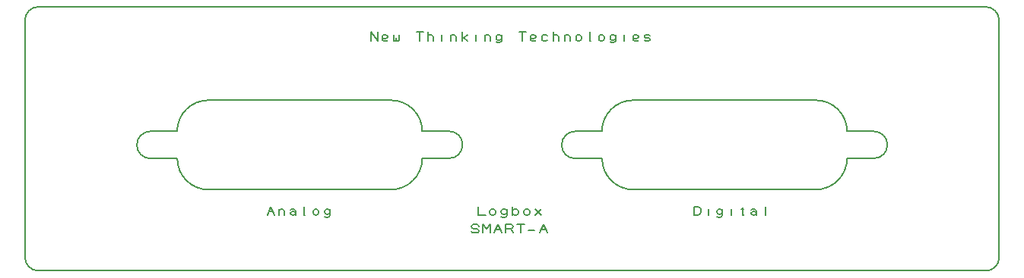
<source format=gbr>
%FSLAX36Y36*%
%MOMM*%
G04 EasyPC Gerber Version 18.0.8 Build 3632 *
%ADD11C,0.12700*%
%ADD12C,0.20000*%
X0Y0D02*
D02*
D11*
X26087500Y45512700D02*
G75*
G03X24587500Y44012700J-1500000D01*
G01*
Y17512700*
G75*
G03X26087500Y16012700I1500000*
G01*
X131587500*
G75*
G03X133087500Y17512700J1500000*
G01*
Y44012700*
G75*
G03X131587500Y45512700I-1500000*
G01*
X26087500*
X45016500Y35077700D02*
G75*
G03X41532100Y31593300J-3484400D01*
G01*
X38537500*
G75*
G03X37049500Y30105300J-1488000*
G01*
Y30055700*
G75*
G03X38531300Y28573900I1481800*
G01*
X41550700*
Y28561500*
G75*
G03X45022700Y25089500I3472000*
G01*
X65340100*
G75*
G03X68836900Y28586300J3496800*
G01*
X71843900*
G75*
G03X73325700Y30068100J1481800*
G01*
Y30123900*
G75*
G03X71850100Y31599500I-1475600*
G01*
X68836900*
G75*
G03X65358700Y35077700I-3478200*
G01*
X45016500*
X92328700D02*
G75*
G03X88844300Y31593300J-3484400D01*
G01*
X85849700*
G75*
G03X84361700Y30105300J-1488000*
G01*
Y30055700*
G75*
G03X85843500Y28573900I1481800*
G01*
X88862900*
Y28561500*
G75*
G03X92334900Y25089500I3472000*
G01*
X112652300*
G75*
G03X116149100Y28586300J3496800*
G01*
X119156100*
G75*
G03X120637900Y30068100J1481800*
G01*
Y30123900*
G75*
G03X119162300Y31599500I-1475600*
G01*
X116149100*
G75*
G03X112670900Y35077700I-3478200*
G01*
X92328700*
D02*
D12*
X51587500Y22250800D02*
X51984400Y23203300D01*
X52381300Y22250800*
X51746300Y22647700D02*
X52222500D01*
X52857500Y22250800D02*
Y22885800D01*
Y22647700D02*
X52936900Y22806500D01*
X53095600Y22885800*
X53254400*
X53413100Y22806500*
X53492500Y22647700*
Y22250800*
X54127500Y22806500D02*
X54286300Y22885800D01*
X54524400*
X54683100Y22806500*
X54762500Y22647700*
Y22409600*
X54683100Y22330200*
X54524400Y22250800*
X54365600*
X54206900Y22330200*
X54127500Y22409600*
Y22489000*
X54206900Y22568300*
X54365600Y22647700*
X54524400*
X54683100Y22568300*
X54762500Y22489000*
Y22409600D02*
Y22250800D01*
X55794400D02*
X55715000D01*
Y23203300*
X56667500Y22489000D02*
X56746900Y22330200D01*
X56905600Y22250800*
X57064400*
X57223100Y22330200*
X57302500Y22489000*
Y22647700*
X57223100Y22806500*
X57064400Y22885800*
X56905600*
X56746900Y22806500*
X56667500Y22647700*
Y22489000*
X58572500Y22647700D02*
X58493100Y22806500D01*
X58334400Y22885800*
X58175600*
X58016900Y22806500*
X57937500Y22647700*
Y22568300*
X58016900Y22409600*
X58175600Y22330200*
X58334400*
X58493100Y22409600*
X58572500Y22568300*
Y22885800D02*
Y22250800D01*
X58493100Y22092100*
X58334400Y22012700*
X58096300*
X57937500Y22092100*
X63087500Y41750800D02*
Y42703300D01*
X63881300Y41750800*
Y42703300*
X64992500Y41830200D02*
X64913100Y41750800D01*
X64754400*
X64595600*
X64436900Y41830200*
X64357500Y41989000*
Y42227100*
X64436900Y42306500*
X64595600Y42385800*
X64754400*
X64913100Y42306500*
X64992500Y42227100*
Y42147700*
X64913100Y42068300*
X64754400Y41989000*
X64595600*
X64436900Y42068300*
X64357500Y42147700*
X65627500Y42385800D02*
Y41830200D01*
X65706900Y41750800*
X65865600*
X65945000Y41830200*
Y42068300*
Y41830200D02*
X66024400Y41750800D01*
X66183100*
X66262500Y41830200*
Y42385800*
X68564400Y41750800D02*
Y42703300D01*
X68167500D02*
X68961300D01*
X69437500Y41750800D02*
Y42703300D01*
Y42147700D02*
X69516900Y42306500D01*
X69675600Y42385800*
X69834400*
X69993100Y42306500*
X70072500Y42147700*
Y41750800*
X71025000D02*
Y42385800D01*
Y42624000D02*
X71977500Y41750800*
Y42385800D01*
Y42147700D02*
X72056900Y42306500D01*
X72215600Y42385800*
X72374400*
X72533100Y42306500*
X72612500Y42147700*
Y41750800*
X73247500D02*
Y42703300D01*
Y42068300D02*
X73485600D01*
X73882500Y42385800*
X73485600Y42068300D02*
X73882500Y41750800D01*
X74835000D02*
Y42385800D01*
Y42624000D02*
X75787500Y41750800*
Y42385800D01*
Y42147700D02*
X75866900Y42306500D01*
X76025600Y42385800*
X76184400*
X76343100Y42306500*
X76422500Y42147700*
Y41750800*
X77692500Y42147700D02*
X77613100Y42306500D01*
X77454400Y42385800*
X77295600*
X77136900Y42306500*
X77057500Y42147700*
Y42068300*
X77136900Y41909600*
X77295600Y41830200*
X77454400*
X77613100Y41909600*
X77692500Y42068300*
Y42385800D02*
Y41750800D01*
X77613100Y41592100*
X77454400Y41512700*
X77216300*
X77057500Y41592100*
X79994400Y41750800D02*
Y42703300D01*
X79597500D02*
X80391300D01*
X81502500Y41830200D02*
X81423100Y41750800D01*
X81264400*
X81105600*
X80946900Y41830200*
X80867500Y41989000*
Y42227100*
X80946900Y42306500*
X81105600Y42385800*
X81264400*
X81423100Y42306500*
X81502500Y42227100*
Y42147700*
X81423100Y42068300*
X81264400Y41989000*
X81105600*
X80946900Y42068300*
X80867500Y42147700*
X82772500Y42306500D02*
X82613800Y42385800D01*
X82375600*
X82216900Y42306500*
X82137500Y42147700*
Y41989000*
X82216900Y41830200*
X82375600Y41750800*
X82613800*
X82772500Y41830200*
X83407500Y41750800D02*
Y42703300D01*
Y42147700D02*
X83486900Y42306500D01*
X83645600Y42385800*
X83804400*
X83963100Y42306500*
X84042500Y42147700*
Y41750800*
X84677500D02*
Y42385800D01*
Y42147700D02*
X84756900Y42306500D01*
X84915600Y42385800*
X85074400*
X85233100Y42306500*
X85312500Y42147700*
Y41750800*
X85947500Y41989000D02*
X86026900Y41830200D01*
X86185600Y41750800*
X86344400*
X86503100Y41830200*
X86582500Y41989000*
Y42147700*
X86503100Y42306500*
X86344400Y42385800*
X86185600*
X86026900Y42306500*
X85947500Y42147700*
Y41989000*
X87614400Y41750800D02*
X87535000D01*
Y42703300*
X88487500Y41989000D02*
X88566900Y41830200D01*
X88725600Y41750800*
X88884400*
X89043100Y41830200*
X89122500Y41989000*
Y42147700*
X89043100Y42306500*
X88884400Y42385800*
X88725600*
X88566900Y42306500*
X88487500Y42147700*
Y41989000*
X90392500Y42147700D02*
X90313100Y42306500D01*
X90154400Y42385800*
X89995600*
X89836900Y42306500*
X89757500Y42147700*
Y42068300*
X89836900Y41909600*
X89995600Y41830200*
X90154400*
X90313100Y41909600*
X90392500Y42068300*
Y42385800D02*
Y41750800D01*
X90313100Y41592100*
X90154400Y41512700*
X89916300*
X89757500Y41592100*
X91345000Y41750800D02*
Y42385800D01*
Y42624000D02*
X92932500Y41830200*
X92853100Y41750800D01*
X92694400*
X92535600*
X92376900Y41830200*
X92297500Y41989000*
Y42227100*
X92376900Y42306500*
X92535600Y42385800*
X92694400*
X92853100Y42306500*
X92932500Y42227100*
Y42147700*
X92853100Y42068300*
X92694400Y41989000*
X92535600*
X92376900Y42068300*
X92297500Y42147700*
X93567500Y41830200D02*
X93726300Y41750800D01*
X94043800*
X94202500Y41830200*
Y41989000*
X94043800Y42068300*
X93726300*
X93567500Y42147700*
Y42306500*
X93726300Y42385800*
X94043800*
X94202500Y42306500*
X74337500Y20489000D02*
X74416900Y20330200D01*
X74575600Y20250800*
X74893100*
X75051900Y20330200*
X75131300Y20489000*
X75051900Y20647700*
X74893100Y20727100*
X74575600*
X74416900Y20806500*
X74337500Y20965200*
X74416900Y21124000*
X74575600Y21203300*
X74893100*
X75051900Y21124000*
X75131300Y20965200*
X75607500Y20250800D02*
Y21203300D01*
X76004400Y20727100*
X76401300Y21203300*
Y20250800*
X76877500D02*
X77274400Y21203300D01*
X77671300Y20250800*
X77036300Y20647700D02*
X77512500D01*
X78147500Y20250800D02*
Y21203300D01*
X78703100*
X78861900Y21124000*
X78941300Y20965200*
X78861900Y20806500*
X78703100Y20727100*
X78147500*
X78703100D02*
X78941300Y20250800D01*
X79814400D02*
Y21203300D01*
X79417500D02*
X80211300D01*
X80687500Y20568300D02*
X81322500D01*
X81957500Y20250800D02*
X82354400Y21203300D01*
X82751300Y20250800*
X82116300Y20647700D02*
X82592500D01*
X75087500Y23203300D02*
Y22250800D01*
X75881300*
X76357500Y22489000D02*
X76436900Y22330200D01*
X76595600Y22250800*
X76754400*
X76913100Y22330200*
X76992500Y22489000*
Y22647700*
X76913100Y22806500*
X76754400Y22885800*
X76595600*
X76436900Y22806500*
X76357500Y22647700*
Y22489000*
X78262500Y22647700D02*
X78183100Y22806500D01*
X78024400Y22885800*
X77865600*
X77706900Y22806500*
X77627500Y22647700*
Y22568300*
X77706900Y22409600*
X77865600Y22330200*
X78024400*
X78183100Y22409600*
X78262500Y22568300*
Y22885800D02*
Y22250800D01*
X78183100Y22092100*
X78024400Y22012700*
X77786300*
X77627500Y22092100*
X78897500Y22489000D02*
X78976900Y22330200D01*
X79135600Y22250800*
X79294400*
X79453100Y22330200*
X79532500Y22489000*
Y22647700*
X79453100Y22806500*
X79294400Y22885800*
X79135600*
X78976900Y22806500*
X78897500Y22647700*
Y22250800D02*
Y23203300D01*
X80167500Y22489000D02*
X80246900Y22330200D01*
X80405600Y22250800*
X80564400*
X80723100Y22330200*
X80802500Y22489000*
Y22647700*
X80723100Y22806500*
X80564400Y22885800*
X80405600*
X80246900Y22806500*
X80167500Y22647700*
Y22489000*
X81437500Y22250800D02*
X82072500Y22885800D01*
Y22250800D02*
X81437500Y22885800D01*
X99087500Y22250800D02*
Y23203300D01*
X99563800*
X99722500Y23124000*
X99801900Y23044600*
X99881300Y22885800*
Y22568300*
X99801900Y22409600*
X99722500Y22330200*
X99563800Y22250800*
X99087500*
X100675000D02*
Y22885800D01*
Y23124000D02*
X102262500Y22647700*
X102183100Y22806500D01*
X102024400Y22885800*
X101865600*
X101706900Y22806500*
X101627500Y22647700*
Y22568300*
X101706900Y22409600*
X101865600Y22330200*
X102024400*
X102183100Y22409600*
X102262500Y22568300*
Y22885800D02*
Y22250800D01*
X102183100Y22092100*
X102024400Y22012700*
X101786300*
X101627500Y22092100*
X103215000Y22250800D02*
Y22885800D01*
Y23124000D02*
X104326300Y22885800*
X104643800D01*
X104485000Y23044600D02*
Y22330200D01*
X104564400Y22250800*
X104643800*
X104723100Y22330200*
X105437500Y22806500D02*
X105596300Y22885800D01*
X105834400*
X105993100Y22806500*
X106072500Y22647700*
Y22409600*
X105993100Y22330200*
X105834400Y22250800*
X105675600*
X105516900Y22330200*
X105437500Y22409600*
Y22489000*
X105516900Y22568300*
X105675600Y22647700*
X105834400*
X105993100Y22568300*
X106072500Y22489000*
Y22409600D02*
Y22250800D01*
X107104400D02*
X107025000D01*
Y23203300*
X0Y0D02*
M02*

</source>
